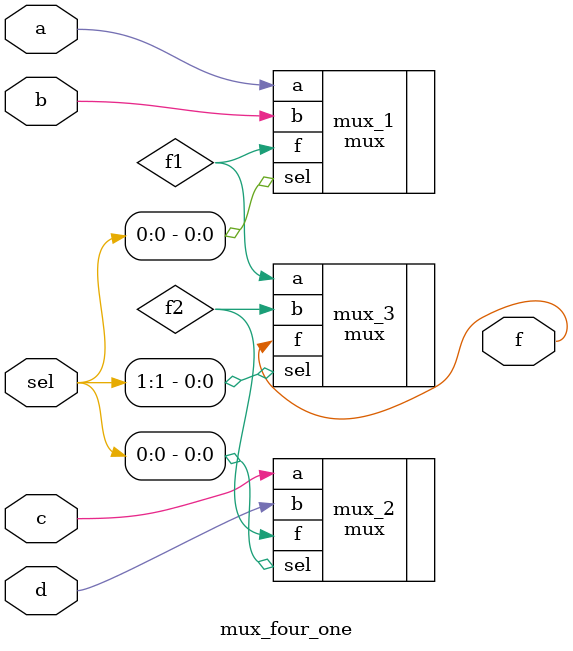
<source format=sv>
module mux_four_one
  (
    input logic a, b, c, d,
    input logic [1:0] sel,
    output logic f
  );
  logic f1, f2;
  mux mux_1 (.f(f1), .a, .b, .sel(sel[0]));
  mux mux_2 (.f(f2), .a(c), .b(d), .sel(sel[0]));
  mux mux_3 (.f, .a(f1), .b(f2), .sel(sel[1]));
endmodule

</source>
